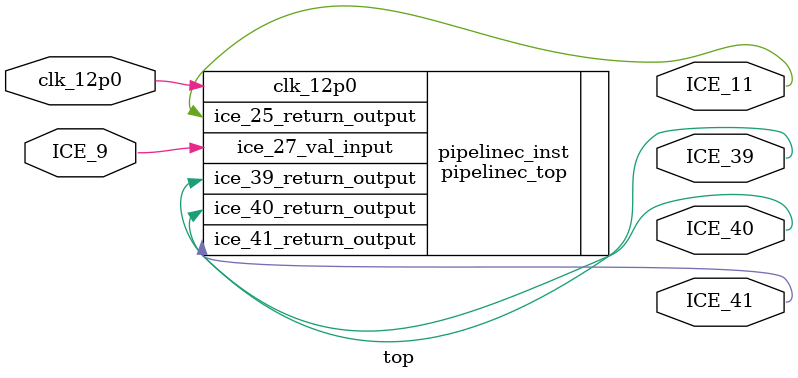
<source format=sv>
module top(
  input clk_12p0,
  // RGB LED
  output ICE_39,
  output ICE_40,
  output ICE_41,
  // UART
  output ICE_11,
  input ICE_9
);

  pipelinec_top pipelinec_inst(
    .clk_12p0(clk_12p0),
    // RGB LED
    .ice_39_return_output(ICE_39),
    .ice_40_return_output(ICE_40),
    .ice_41_return_output(ICE_41),
    // UART
    .ice_25_return_output(ICE_11),
    .ice_27_val_input(ICE_9)
  );

endmodule

</source>
